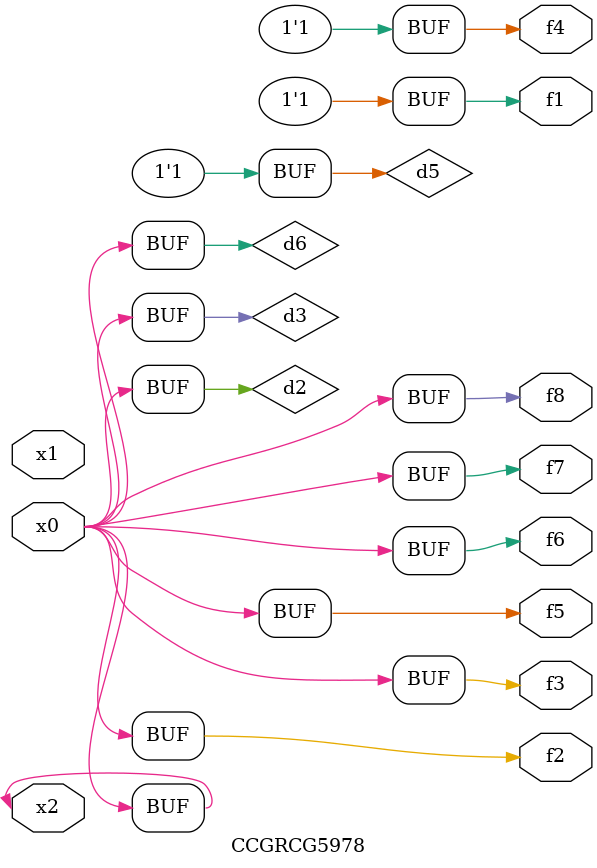
<source format=v>
module CCGRCG5978(
	input x0, x1, x2,
	output f1, f2, f3, f4, f5, f6, f7, f8
);

	wire d1, d2, d3, d4, d5, d6;

	xnor (d1, x2);
	buf (d2, x0, x2);
	and (d3, x0);
	xnor (d4, x1, x2);
	nand (d5, d1, d3);
	buf (d6, d2, d3);
	assign f1 = d5;
	assign f2 = d6;
	assign f3 = d6;
	assign f4 = d5;
	assign f5 = d6;
	assign f6 = d6;
	assign f7 = d6;
	assign f8 = d6;
endmodule

</source>
